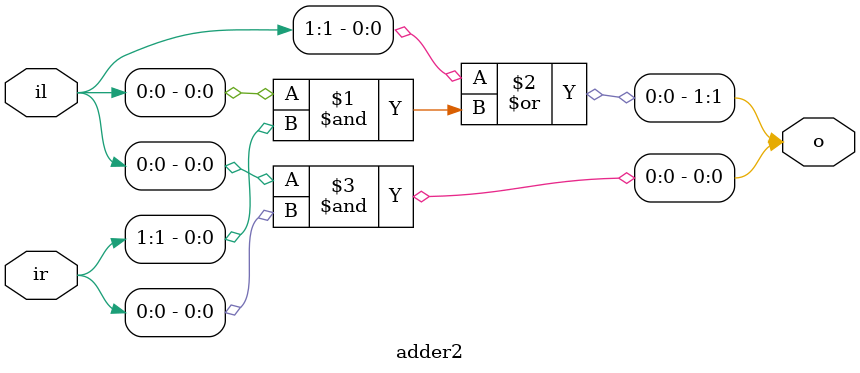
<source format=v>
module adder2(il,ir,o);
input [1:0] il,ir;
output [1:0] o;
assign o[1] = il[1]|(il[0]&ir[1]);
assign o[0] = il[0]&ir[0];
endmodule
</source>
